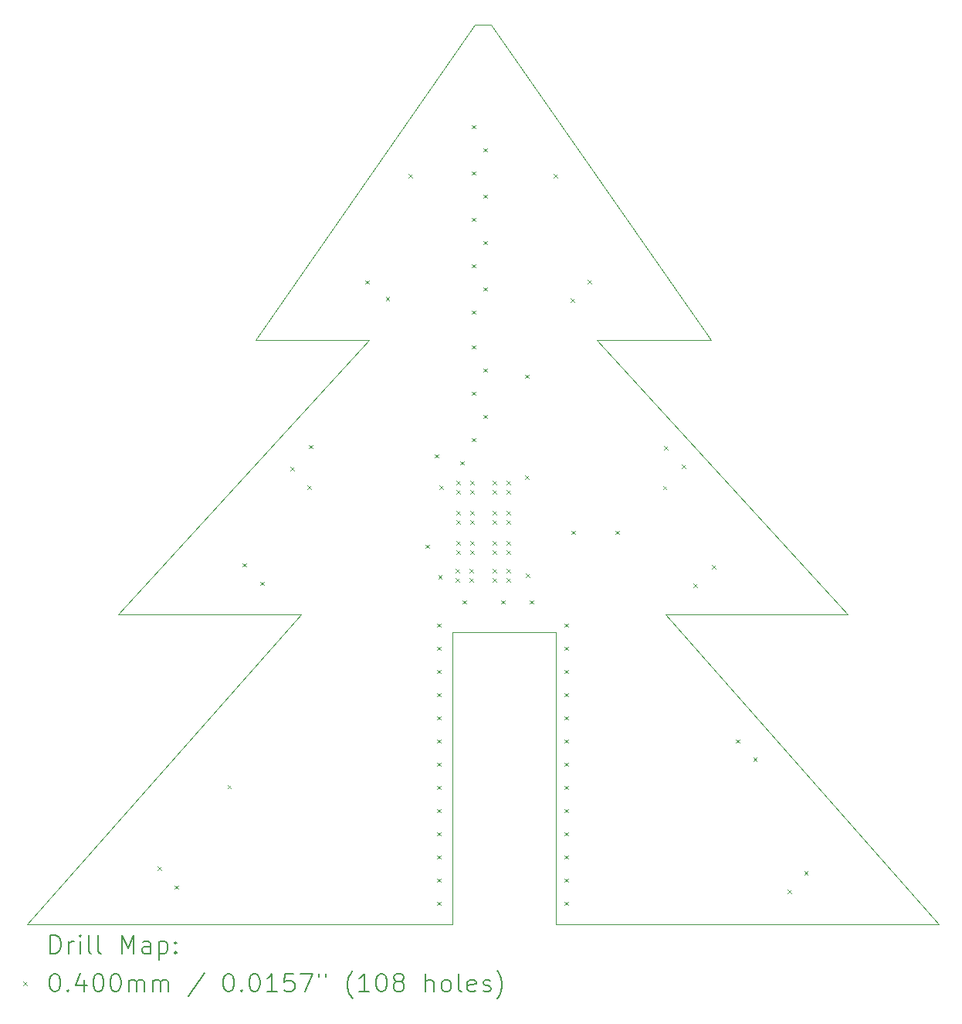
<source format=gbr>
%TF.GenerationSoftware,KiCad,Pcbnew,7.0.8*%
%TF.CreationDate,2024-06-18T20:25:42+02:00*%
%TF.ProjectId,PCB_Christmas_Tree,5043425f-4368-4726-9973-746d61735f54,rev?*%
%TF.SameCoordinates,Original*%
%TF.FileFunction,Drillmap*%
%TF.FilePolarity,Positive*%
%FSLAX45Y45*%
G04 Gerber Fmt 4.5, Leading zero omitted, Abs format (unit mm)*
G04 Created by KiCad (PCBNEW 7.0.8) date 2024-06-18 20:25:42*
%MOMM*%
%LPD*%
G01*
G04 APERTURE LIST*
%ADD10C,0.100000*%
%ADD11C,0.200000*%
%ADD12C,0.040000*%
G04 APERTURE END LIST*
D10*
X20719146Y-10977631D02*
X19583546Y-10977631D01*
X21169146Y-7777630D02*
X22419145Y-7777630D01*
X19829146Y-4317631D02*
X17419146Y-7777630D01*
X20009146Y-4317631D02*
X19829146Y-4317631D01*
X20009146Y-4317631D02*
X22419145Y-7777630D01*
X20719146Y-14177630D02*
X20719146Y-10977631D01*
X21919146Y-10777631D02*
X24919145Y-14177630D01*
X20719146Y-14177630D02*
X24919145Y-14177630D01*
X14919145Y-14177630D02*
X19583546Y-14176230D01*
X19583546Y-10977631D02*
X19583546Y-14176230D01*
X23919145Y-10777631D02*
X21919146Y-10777631D01*
X17919146Y-10777631D02*
X14919145Y-14177630D01*
X17419146Y-7777630D02*
X18669146Y-7777630D01*
X21169146Y-7777630D02*
X23919145Y-10777631D01*
X18669146Y-7777630D02*
X15919145Y-10777631D01*
X17919146Y-10777631D02*
X15919145Y-10777631D01*
D11*
D12*
X16347905Y-13541550D02*
X16387905Y-13581550D01*
X16387905Y-13541550D02*
X16347905Y-13581550D01*
X16535865Y-13749830D02*
X16575865Y-13789830D01*
X16575865Y-13749830D02*
X16535865Y-13789830D01*
X17114986Y-12647470D02*
X17154986Y-12687470D01*
X17154986Y-12647470D02*
X17114986Y-12687470D01*
X17282626Y-10219231D02*
X17322626Y-10259231D01*
X17322626Y-10219231D02*
X17282626Y-10259231D01*
X17475666Y-10422431D02*
X17515666Y-10462431D01*
X17515666Y-10422431D02*
X17475666Y-10462431D01*
X17805866Y-9162591D02*
X17845866Y-9202591D01*
X17845866Y-9162591D02*
X17805866Y-9202591D01*
X17993826Y-9365791D02*
X18033826Y-9405791D01*
X18033826Y-9365791D02*
X17993826Y-9405791D01*
X18009066Y-8923831D02*
X18049066Y-8963831D01*
X18049066Y-8923831D02*
X18009066Y-8963831D01*
X18628826Y-7120430D02*
X18668826Y-7160430D01*
X18668826Y-7120430D02*
X18628826Y-7160430D01*
X18851246Y-7303930D02*
X18891246Y-7343930D01*
X18891246Y-7303930D02*
X18851246Y-7343930D01*
X19101266Y-5957110D02*
X19141266Y-5997110D01*
X19141266Y-5957110D02*
X19101266Y-5997110D01*
X19284146Y-10016031D02*
X19324146Y-10056031D01*
X19324146Y-10016031D02*
X19284146Y-10056031D01*
X19385746Y-9025431D02*
X19425746Y-9065431D01*
X19425746Y-9025431D02*
X19385746Y-9065431D01*
X19411146Y-10879631D02*
X19451146Y-10919631D01*
X19451146Y-10879631D02*
X19411146Y-10919631D01*
X19411146Y-11133631D02*
X19451146Y-11173631D01*
X19451146Y-11133631D02*
X19411146Y-11173631D01*
X19411146Y-11387630D02*
X19451146Y-11427630D01*
X19451146Y-11387630D02*
X19411146Y-11427630D01*
X19411146Y-11641630D02*
X19451146Y-11681630D01*
X19451146Y-11641630D02*
X19411146Y-11681630D01*
X19411146Y-11895630D02*
X19451146Y-11935630D01*
X19451146Y-11895630D02*
X19411146Y-11935630D01*
X19411146Y-12149630D02*
X19451146Y-12189630D01*
X19451146Y-12149630D02*
X19411146Y-12189630D01*
X19411146Y-12403630D02*
X19451146Y-12443630D01*
X19451146Y-12403630D02*
X19411146Y-12443630D01*
X19411146Y-12657630D02*
X19451146Y-12697630D01*
X19451146Y-12657630D02*
X19411146Y-12697630D01*
X19411146Y-12911630D02*
X19451146Y-12951630D01*
X19451146Y-12911630D02*
X19411146Y-12951630D01*
X19411146Y-13165630D02*
X19451146Y-13205630D01*
X19451146Y-13165630D02*
X19411146Y-13205630D01*
X19411146Y-13419630D02*
X19451146Y-13459630D01*
X19451146Y-13419630D02*
X19411146Y-13459630D01*
X19411146Y-13673630D02*
X19451146Y-13713630D01*
X19451146Y-13673630D02*
X19411146Y-13713630D01*
X19411146Y-13927630D02*
X19451146Y-13967630D01*
X19451146Y-13927630D02*
X19411146Y-13967630D01*
X19426386Y-10351311D02*
X19466386Y-10391311D01*
X19466386Y-10351311D02*
X19426386Y-10391311D01*
X19436546Y-9368631D02*
X19476546Y-9408631D01*
X19476546Y-9368631D02*
X19436546Y-9408631D01*
X19614346Y-10282731D02*
X19654346Y-10322731D01*
X19654346Y-10282731D02*
X19614346Y-10322731D01*
X19614346Y-10384331D02*
X19654346Y-10424331D01*
X19654346Y-10384331D02*
X19614346Y-10424331D01*
X19627046Y-9317531D02*
X19667046Y-9357531D01*
X19667046Y-9317531D02*
X19627046Y-9357531D01*
X19627046Y-9419131D02*
X19667046Y-9459131D01*
X19667046Y-9419131D02*
X19627046Y-9459131D01*
X19627046Y-9647731D02*
X19667046Y-9687731D01*
X19667046Y-9647731D02*
X19627046Y-9687731D01*
X19627046Y-9749331D02*
X19667046Y-9789331D01*
X19667046Y-9749331D02*
X19627046Y-9789331D01*
X19627046Y-9977931D02*
X19667046Y-10017931D01*
X19667046Y-9977931D02*
X19627046Y-10017931D01*
X19627046Y-10079531D02*
X19667046Y-10119531D01*
X19667046Y-10079531D02*
X19627046Y-10119531D01*
X19665146Y-9101631D02*
X19705146Y-9141631D01*
X19705146Y-9101631D02*
X19665146Y-9141631D01*
X19690546Y-10625631D02*
X19730546Y-10665631D01*
X19730546Y-10625631D02*
X19690546Y-10665631D01*
X19766746Y-10282731D02*
X19806746Y-10322731D01*
X19806746Y-10282731D02*
X19766746Y-10322731D01*
X19766746Y-10384331D02*
X19806746Y-10424331D01*
X19806746Y-10384331D02*
X19766746Y-10424331D01*
X19779446Y-9317531D02*
X19819446Y-9357531D01*
X19819446Y-9317531D02*
X19779446Y-9357531D01*
X19779446Y-9419131D02*
X19819446Y-9459131D01*
X19819446Y-9419131D02*
X19779446Y-9459131D01*
X19779446Y-9647731D02*
X19819446Y-9687731D01*
X19819446Y-9647731D02*
X19779446Y-9687731D01*
X19779446Y-9749331D02*
X19819446Y-9789331D01*
X19819446Y-9749331D02*
X19779446Y-9789331D01*
X19779446Y-9977931D02*
X19819446Y-10017931D01*
X19819446Y-9977931D02*
X19779446Y-10017931D01*
X19779446Y-10079531D02*
X19819446Y-10119531D01*
X19819446Y-10079531D02*
X19779446Y-10119531D01*
X19792146Y-5418631D02*
X19832146Y-5458631D01*
X19832146Y-5418631D02*
X19792146Y-5458631D01*
X19792146Y-5926630D02*
X19832146Y-5966630D01*
X19832146Y-5926630D02*
X19792146Y-5966630D01*
X19792146Y-6434630D02*
X19832146Y-6474630D01*
X19832146Y-6434630D02*
X19792146Y-6474630D01*
X19792146Y-6942630D02*
X19832146Y-6982630D01*
X19832146Y-6942630D02*
X19792146Y-6982630D01*
X19792146Y-7450630D02*
X19832146Y-7490630D01*
X19832146Y-7450630D02*
X19792146Y-7490630D01*
X19792146Y-7831630D02*
X19832146Y-7871630D01*
X19832146Y-7831630D02*
X19792146Y-7871630D01*
X19792146Y-8339630D02*
X19832146Y-8379630D01*
X19832146Y-8339630D02*
X19792146Y-8379630D01*
X19792146Y-8847631D02*
X19832146Y-8887631D01*
X19832146Y-8847631D02*
X19792146Y-8887631D01*
X19919146Y-5672630D02*
X19959146Y-5712630D01*
X19959146Y-5672630D02*
X19919146Y-5712630D01*
X19919146Y-6180630D02*
X19959146Y-6220630D01*
X19959146Y-6180630D02*
X19919146Y-6220630D01*
X19919146Y-6688630D02*
X19959146Y-6728630D01*
X19959146Y-6688630D02*
X19919146Y-6728630D01*
X19919146Y-7196630D02*
X19959146Y-7236630D01*
X19959146Y-7196630D02*
X19919146Y-7236630D01*
X19919146Y-8085630D02*
X19959146Y-8125630D01*
X19959146Y-8085630D02*
X19919146Y-8125630D01*
X19919146Y-8593631D02*
X19959146Y-8633631D01*
X19959146Y-8593631D02*
X19919146Y-8633631D01*
X20020746Y-9317531D02*
X20060746Y-9357531D01*
X20060746Y-9317531D02*
X20020746Y-9357531D01*
X20020746Y-9419131D02*
X20060746Y-9459131D01*
X20060746Y-9419131D02*
X20020746Y-9459131D01*
X20020746Y-9647731D02*
X20060746Y-9687731D01*
X20060746Y-9647731D02*
X20020746Y-9687731D01*
X20020746Y-9749331D02*
X20060746Y-9789331D01*
X20060746Y-9749331D02*
X20020746Y-9789331D01*
X20020746Y-9977931D02*
X20060746Y-10017931D01*
X20060746Y-9977931D02*
X20020746Y-10017931D01*
X20020746Y-10079531D02*
X20060746Y-10119531D01*
X20060746Y-10079531D02*
X20020746Y-10119531D01*
X20020746Y-10282731D02*
X20060746Y-10322731D01*
X20060746Y-10282731D02*
X20020746Y-10322731D01*
X20020746Y-10384331D02*
X20060746Y-10424331D01*
X20060746Y-10384331D02*
X20020746Y-10424331D01*
X20117266Y-10625631D02*
X20157266Y-10665631D01*
X20157266Y-10625631D02*
X20117266Y-10665631D01*
X20173146Y-9317531D02*
X20213146Y-9357531D01*
X20213146Y-9317531D02*
X20173146Y-9357531D01*
X20173146Y-9419131D02*
X20213146Y-9459131D01*
X20213146Y-9419131D02*
X20173146Y-9459131D01*
X20173146Y-9647731D02*
X20213146Y-9687731D01*
X20213146Y-9647731D02*
X20173146Y-9687731D01*
X20173146Y-9749331D02*
X20213146Y-9789331D01*
X20213146Y-9749331D02*
X20173146Y-9789331D01*
X20173146Y-9977931D02*
X20213146Y-10017931D01*
X20213146Y-9977931D02*
X20173146Y-10017931D01*
X20173146Y-10079531D02*
X20213146Y-10119531D01*
X20213146Y-10079531D02*
X20173146Y-10119531D01*
X20173146Y-10282731D02*
X20213146Y-10322731D01*
X20213146Y-10282731D02*
X20173146Y-10322731D01*
X20173146Y-10384331D02*
X20213146Y-10424331D01*
X20213146Y-10384331D02*
X20173146Y-10424331D01*
X20381426Y-8151670D02*
X20421426Y-8191670D01*
X20421426Y-8151670D02*
X20381426Y-8191670D01*
X20381426Y-9259111D02*
X20421426Y-9299111D01*
X20421426Y-9259111D02*
X20381426Y-9299111D01*
X20389046Y-10333531D02*
X20429046Y-10373531D01*
X20429046Y-10333531D02*
X20389046Y-10373531D01*
X20427146Y-10625631D02*
X20467146Y-10665631D01*
X20467146Y-10625631D02*
X20427146Y-10665631D01*
X20691306Y-5957110D02*
X20731306Y-5997110D01*
X20731306Y-5957110D02*
X20691306Y-5997110D01*
X20808146Y-10879631D02*
X20848146Y-10919631D01*
X20848146Y-10879631D02*
X20808146Y-10919631D01*
X20808146Y-11133631D02*
X20848146Y-11173631D01*
X20848146Y-11133631D02*
X20808146Y-11173631D01*
X20808146Y-11387630D02*
X20848146Y-11427630D01*
X20848146Y-11387630D02*
X20808146Y-11427630D01*
X20808146Y-11641630D02*
X20848146Y-11681630D01*
X20848146Y-11641630D02*
X20808146Y-11681630D01*
X20808146Y-11895630D02*
X20848146Y-11935630D01*
X20848146Y-11895630D02*
X20808146Y-11935630D01*
X20808146Y-12149630D02*
X20848146Y-12189630D01*
X20848146Y-12149630D02*
X20808146Y-12189630D01*
X20808146Y-12403630D02*
X20848146Y-12443630D01*
X20848146Y-12403630D02*
X20808146Y-12443630D01*
X20808146Y-12657630D02*
X20848146Y-12697630D01*
X20848146Y-12657630D02*
X20808146Y-12697630D01*
X20808146Y-12911630D02*
X20848146Y-12951630D01*
X20848146Y-12911630D02*
X20808146Y-12951630D01*
X20808146Y-13165630D02*
X20848146Y-13205630D01*
X20848146Y-13165630D02*
X20808146Y-13205630D01*
X20808146Y-13419630D02*
X20848146Y-13459630D01*
X20848146Y-13419630D02*
X20808146Y-13459630D01*
X20808146Y-13673630D02*
X20848146Y-13713630D01*
X20848146Y-13673630D02*
X20808146Y-13713630D01*
X20808146Y-13927630D02*
X20848146Y-13967630D01*
X20848146Y-13927630D02*
X20808146Y-13967630D01*
X20879146Y-7318230D02*
X20919146Y-7358230D01*
X20919146Y-7318230D02*
X20879146Y-7358230D01*
X20884346Y-9863631D02*
X20924346Y-9903631D01*
X20924346Y-9863631D02*
X20884346Y-9903631D01*
X21067226Y-7115350D02*
X21107226Y-7155350D01*
X21107226Y-7115350D02*
X21067226Y-7155350D01*
X21366946Y-9863631D02*
X21406946Y-9903631D01*
X21406946Y-9863631D02*
X21366946Y-9903631D01*
X21890186Y-9370871D02*
X21930186Y-9410871D01*
X21930186Y-9370871D02*
X21890186Y-9410871D01*
X21900346Y-8933991D02*
X21940346Y-8973991D01*
X21940346Y-8933991D02*
X21900346Y-8973991D01*
X22098466Y-9137191D02*
X22138466Y-9177191D01*
X22138466Y-9137191D02*
X22098466Y-9177191D01*
X22225466Y-10442751D02*
X22265466Y-10482751D01*
X22265466Y-10442751D02*
X22225466Y-10482751D01*
X22428665Y-10239551D02*
X22468665Y-10279551D01*
X22468665Y-10239551D02*
X22428665Y-10279551D01*
X22692825Y-12149630D02*
X22732825Y-12189630D01*
X22732825Y-12149630D02*
X22692825Y-12189630D01*
X22880785Y-12347750D02*
X22920785Y-12387750D01*
X22920785Y-12347750D02*
X22880785Y-12387750D01*
X23256705Y-13795550D02*
X23296705Y-13835550D01*
X23296705Y-13795550D02*
X23256705Y-13835550D01*
X23439585Y-13592350D02*
X23479585Y-13632350D01*
X23479585Y-13592350D02*
X23439585Y-13632350D01*
D11*
X15174922Y-14494114D02*
X15174922Y-14294114D01*
X15174922Y-14294114D02*
X15222541Y-14294114D01*
X15222541Y-14294114D02*
X15251113Y-14303638D01*
X15251113Y-14303638D02*
X15270160Y-14322686D01*
X15270160Y-14322686D02*
X15279684Y-14341733D01*
X15279684Y-14341733D02*
X15289208Y-14379828D01*
X15289208Y-14379828D02*
X15289208Y-14408400D01*
X15289208Y-14408400D02*
X15279684Y-14446495D01*
X15279684Y-14446495D02*
X15270160Y-14465543D01*
X15270160Y-14465543D02*
X15251113Y-14484590D01*
X15251113Y-14484590D02*
X15222541Y-14494114D01*
X15222541Y-14494114D02*
X15174922Y-14494114D01*
X15374922Y-14494114D02*
X15374922Y-14360781D01*
X15374922Y-14398876D02*
X15384446Y-14379828D01*
X15384446Y-14379828D02*
X15393970Y-14370305D01*
X15393970Y-14370305D02*
X15413017Y-14360781D01*
X15413017Y-14360781D02*
X15432065Y-14360781D01*
X15498732Y-14494114D02*
X15498732Y-14360781D01*
X15498732Y-14294114D02*
X15489208Y-14303638D01*
X15489208Y-14303638D02*
X15498732Y-14313162D01*
X15498732Y-14313162D02*
X15508256Y-14303638D01*
X15508256Y-14303638D02*
X15498732Y-14294114D01*
X15498732Y-14294114D02*
X15498732Y-14313162D01*
X15622541Y-14494114D02*
X15603494Y-14484590D01*
X15603494Y-14484590D02*
X15593970Y-14465543D01*
X15593970Y-14465543D02*
X15593970Y-14294114D01*
X15727303Y-14494114D02*
X15708256Y-14484590D01*
X15708256Y-14484590D02*
X15698732Y-14465543D01*
X15698732Y-14465543D02*
X15698732Y-14294114D01*
X15955875Y-14494114D02*
X15955875Y-14294114D01*
X15955875Y-14294114D02*
X16022541Y-14436971D01*
X16022541Y-14436971D02*
X16089208Y-14294114D01*
X16089208Y-14294114D02*
X16089208Y-14494114D01*
X16270160Y-14494114D02*
X16270160Y-14389352D01*
X16270160Y-14389352D02*
X16260637Y-14370305D01*
X16260637Y-14370305D02*
X16241589Y-14360781D01*
X16241589Y-14360781D02*
X16203494Y-14360781D01*
X16203494Y-14360781D02*
X16184446Y-14370305D01*
X16270160Y-14484590D02*
X16251113Y-14494114D01*
X16251113Y-14494114D02*
X16203494Y-14494114D01*
X16203494Y-14494114D02*
X16184446Y-14484590D01*
X16184446Y-14484590D02*
X16174922Y-14465543D01*
X16174922Y-14465543D02*
X16174922Y-14446495D01*
X16174922Y-14446495D02*
X16184446Y-14427448D01*
X16184446Y-14427448D02*
X16203494Y-14417924D01*
X16203494Y-14417924D02*
X16251113Y-14417924D01*
X16251113Y-14417924D02*
X16270160Y-14408400D01*
X16365398Y-14360781D02*
X16365398Y-14560781D01*
X16365398Y-14370305D02*
X16384446Y-14360781D01*
X16384446Y-14360781D02*
X16422541Y-14360781D01*
X16422541Y-14360781D02*
X16441589Y-14370305D01*
X16441589Y-14370305D02*
X16451113Y-14379828D01*
X16451113Y-14379828D02*
X16460637Y-14398876D01*
X16460637Y-14398876D02*
X16460637Y-14456019D01*
X16460637Y-14456019D02*
X16451113Y-14475067D01*
X16451113Y-14475067D02*
X16441589Y-14484590D01*
X16441589Y-14484590D02*
X16422541Y-14494114D01*
X16422541Y-14494114D02*
X16384446Y-14494114D01*
X16384446Y-14494114D02*
X16365398Y-14484590D01*
X16546351Y-14475067D02*
X16555875Y-14484590D01*
X16555875Y-14484590D02*
X16546351Y-14494114D01*
X16546351Y-14494114D02*
X16536827Y-14484590D01*
X16536827Y-14484590D02*
X16546351Y-14475067D01*
X16546351Y-14475067D02*
X16546351Y-14494114D01*
X16546351Y-14370305D02*
X16555875Y-14379828D01*
X16555875Y-14379828D02*
X16546351Y-14389352D01*
X16546351Y-14389352D02*
X16536827Y-14379828D01*
X16536827Y-14379828D02*
X16546351Y-14370305D01*
X16546351Y-14370305D02*
X16546351Y-14389352D01*
D12*
X14874145Y-14802630D02*
X14914145Y-14842630D01*
X14914145Y-14802630D02*
X14874145Y-14842630D01*
D11*
X15213017Y-14714114D02*
X15232065Y-14714114D01*
X15232065Y-14714114D02*
X15251113Y-14723638D01*
X15251113Y-14723638D02*
X15260637Y-14733162D01*
X15260637Y-14733162D02*
X15270160Y-14752209D01*
X15270160Y-14752209D02*
X15279684Y-14790305D01*
X15279684Y-14790305D02*
X15279684Y-14837924D01*
X15279684Y-14837924D02*
X15270160Y-14876019D01*
X15270160Y-14876019D02*
X15260637Y-14895067D01*
X15260637Y-14895067D02*
X15251113Y-14904590D01*
X15251113Y-14904590D02*
X15232065Y-14914114D01*
X15232065Y-14914114D02*
X15213017Y-14914114D01*
X15213017Y-14914114D02*
X15193970Y-14904590D01*
X15193970Y-14904590D02*
X15184446Y-14895067D01*
X15184446Y-14895067D02*
X15174922Y-14876019D01*
X15174922Y-14876019D02*
X15165398Y-14837924D01*
X15165398Y-14837924D02*
X15165398Y-14790305D01*
X15165398Y-14790305D02*
X15174922Y-14752209D01*
X15174922Y-14752209D02*
X15184446Y-14733162D01*
X15184446Y-14733162D02*
X15193970Y-14723638D01*
X15193970Y-14723638D02*
X15213017Y-14714114D01*
X15365398Y-14895067D02*
X15374922Y-14904590D01*
X15374922Y-14904590D02*
X15365398Y-14914114D01*
X15365398Y-14914114D02*
X15355875Y-14904590D01*
X15355875Y-14904590D02*
X15365398Y-14895067D01*
X15365398Y-14895067D02*
X15365398Y-14914114D01*
X15546351Y-14780781D02*
X15546351Y-14914114D01*
X15498732Y-14704590D02*
X15451113Y-14847448D01*
X15451113Y-14847448D02*
X15574922Y-14847448D01*
X15689208Y-14714114D02*
X15708256Y-14714114D01*
X15708256Y-14714114D02*
X15727303Y-14723638D01*
X15727303Y-14723638D02*
X15736827Y-14733162D01*
X15736827Y-14733162D02*
X15746351Y-14752209D01*
X15746351Y-14752209D02*
X15755875Y-14790305D01*
X15755875Y-14790305D02*
X15755875Y-14837924D01*
X15755875Y-14837924D02*
X15746351Y-14876019D01*
X15746351Y-14876019D02*
X15736827Y-14895067D01*
X15736827Y-14895067D02*
X15727303Y-14904590D01*
X15727303Y-14904590D02*
X15708256Y-14914114D01*
X15708256Y-14914114D02*
X15689208Y-14914114D01*
X15689208Y-14914114D02*
X15670160Y-14904590D01*
X15670160Y-14904590D02*
X15660637Y-14895067D01*
X15660637Y-14895067D02*
X15651113Y-14876019D01*
X15651113Y-14876019D02*
X15641589Y-14837924D01*
X15641589Y-14837924D02*
X15641589Y-14790305D01*
X15641589Y-14790305D02*
X15651113Y-14752209D01*
X15651113Y-14752209D02*
X15660637Y-14733162D01*
X15660637Y-14733162D02*
X15670160Y-14723638D01*
X15670160Y-14723638D02*
X15689208Y-14714114D01*
X15879684Y-14714114D02*
X15898732Y-14714114D01*
X15898732Y-14714114D02*
X15917779Y-14723638D01*
X15917779Y-14723638D02*
X15927303Y-14733162D01*
X15927303Y-14733162D02*
X15936827Y-14752209D01*
X15936827Y-14752209D02*
X15946351Y-14790305D01*
X15946351Y-14790305D02*
X15946351Y-14837924D01*
X15946351Y-14837924D02*
X15936827Y-14876019D01*
X15936827Y-14876019D02*
X15927303Y-14895067D01*
X15927303Y-14895067D02*
X15917779Y-14904590D01*
X15917779Y-14904590D02*
X15898732Y-14914114D01*
X15898732Y-14914114D02*
X15879684Y-14914114D01*
X15879684Y-14914114D02*
X15860637Y-14904590D01*
X15860637Y-14904590D02*
X15851113Y-14895067D01*
X15851113Y-14895067D02*
X15841589Y-14876019D01*
X15841589Y-14876019D02*
X15832065Y-14837924D01*
X15832065Y-14837924D02*
X15832065Y-14790305D01*
X15832065Y-14790305D02*
X15841589Y-14752209D01*
X15841589Y-14752209D02*
X15851113Y-14733162D01*
X15851113Y-14733162D02*
X15860637Y-14723638D01*
X15860637Y-14723638D02*
X15879684Y-14714114D01*
X16032065Y-14914114D02*
X16032065Y-14780781D01*
X16032065Y-14799828D02*
X16041589Y-14790305D01*
X16041589Y-14790305D02*
X16060637Y-14780781D01*
X16060637Y-14780781D02*
X16089208Y-14780781D01*
X16089208Y-14780781D02*
X16108256Y-14790305D01*
X16108256Y-14790305D02*
X16117779Y-14809352D01*
X16117779Y-14809352D02*
X16117779Y-14914114D01*
X16117779Y-14809352D02*
X16127303Y-14790305D01*
X16127303Y-14790305D02*
X16146351Y-14780781D01*
X16146351Y-14780781D02*
X16174922Y-14780781D01*
X16174922Y-14780781D02*
X16193970Y-14790305D01*
X16193970Y-14790305D02*
X16203494Y-14809352D01*
X16203494Y-14809352D02*
X16203494Y-14914114D01*
X16298732Y-14914114D02*
X16298732Y-14780781D01*
X16298732Y-14799828D02*
X16308256Y-14790305D01*
X16308256Y-14790305D02*
X16327303Y-14780781D01*
X16327303Y-14780781D02*
X16355875Y-14780781D01*
X16355875Y-14780781D02*
X16374922Y-14790305D01*
X16374922Y-14790305D02*
X16384446Y-14809352D01*
X16384446Y-14809352D02*
X16384446Y-14914114D01*
X16384446Y-14809352D02*
X16393970Y-14790305D01*
X16393970Y-14790305D02*
X16413018Y-14780781D01*
X16413018Y-14780781D02*
X16441589Y-14780781D01*
X16441589Y-14780781D02*
X16460637Y-14790305D01*
X16460637Y-14790305D02*
X16470160Y-14809352D01*
X16470160Y-14809352D02*
X16470160Y-14914114D01*
X16860637Y-14704590D02*
X16689208Y-14961733D01*
X17117780Y-14714114D02*
X17136827Y-14714114D01*
X17136827Y-14714114D02*
X17155875Y-14723638D01*
X17155875Y-14723638D02*
X17165399Y-14733162D01*
X17165399Y-14733162D02*
X17174923Y-14752209D01*
X17174923Y-14752209D02*
X17184446Y-14790305D01*
X17184446Y-14790305D02*
X17184446Y-14837924D01*
X17184446Y-14837924D02*
X17174923Y-14876019D01*
X17174923Y-14876019D02*
X17165399Y-14895067D01*
X17165399Y-14895067D02*
X17155875Y-14904590D01*
X17155875Y-14904590D02*
X17136827Y-14914114D01*
X17136827Y-14914114D02*
X17117780Y-14914114D01*
X17117780Y-14914114D02*
X17098732Y-14904590D01*
X17098732Y-14904590D02*
X17089208Y-14895067D01*
X17089208Y-14895067D02*
X17079684Y-14876019D01*
X17079684Y-14876019D02*
X17070161Y-14837924D01*
X17070161Y-14837924D02*
X17070161Y-14790305D01*
X17070161Y-14790305D02*
X17079684Y-14752209D01*
X17079684Y-14752209D02*
X17089208Y-14733162D01*
X17089208Y-14733162D02*
X17098732Y-14723638D01*
X17098732Y-14723638D02*
X17117780Y-14714114D01*
X17270161Y-14895067D02*
X17279684Y-14904590D01*
X17279684Y-14904590D02*
X17270161Y-14914114D01*
X17270161Y-14914114D02*
X17260637Y-14904590D01*
X17260637Y-14904590D02*
X17270161Y-14895067D01*
X17270161Y-14895067D02*
X17270161Y-14914114D01*
X17403494Y-14714114D02*
X17422542Y-14714114D01*
X17422542Y-14714114D02*
X17441589Y-14723638D01*
X17441589Y-14723638D02*
X17451113Y-14733162D01*
X17451113Y-14733162D02*
X17460637Y-14752209D01*
X17460637Y-14752209D02*
X17470161Y-14790305D01*
X17470161Y-14790305D02*
X17470161Y-14837924D01*
X17470161Y-14837924D02*
X17460637Y-14876019D01*
X17460637Y-14876019D02*
X17451113Y-14895067D01*
X17451113Y-14895067D02*
X17441589Y-14904590D01*
X17441589Y-14904590D02*
X17422542Y-14914114D01*
X17422542Y-14914114D02*
X17403494Y-14914114D01*
X17403494Y-14914114D02*
X17384446Y-14904590D01*
X17384446Y-14904590D02*
X17374923Y-14895067D01*
X17374923Y-14895067D02*
X17365399Y-14876019D01*
X17365399Y-14876019D02*
X17355875Y-14837924D01*
X17355875Y-14837924D02*
X17355875Y-14790305D01*
X17355875Y-14790305D02*
X17365399Y-14752209D01*
X17365399Y-14752209D02*
X17374923Y-14733162D01*
X17374923Y-14733162D02*
X17384446Y-14723638D01*
X17384446Y-14723638D02*
X17403494Y-14714114D01*
X17660637Y-14914114D02*
X17546351Y-14914114D01*
X17603494Y-14914114D02*
X17603494Y-14714114D01*
X17603494Y-14714114D02*
X17584446Y-14742686D01*
X17584446Y-14742686D02*
X17565399Y-14761733D01*
X17565399Y-14761733D02*
X17546351Y-14771257D01*
X17841589Y-14714114D02*
X17746351Y-14714114D01*
X17746351Y-14714114D02*
X17736827Y-14809352D01*
X17736827Y-14809352D02*
X17746351Y-14799828D01*
X17746351Y-14799828D02*
X17765399Y-14790305D01*
X17765399Y-14790305D02*
X17813018Y-14790305D01*
X17813018Y-14790305D02*
X17832065Y-14799828D01*
X17832065Y-14799828D02*
X17841589Y-14809352D01*
X17841589Y-14809352D02*
X17851113Y-14828400D01*
X17851113Y-14828400D02*
X17851113Y-14876019D01*
X17851113Y-14876019D02*
X17841589Y-14895067D01*
X17841589Y-14895067D02*
X17832065Y-14904590D01*
X17832065Y-14904590D02*
X17813018Y-14914114D01*
X17813018Y-14914114D02*
X17765399Y-14914114D01*
X17765399Y-14914114D02*
X17746351Y-14904590D01*
X17746351Y-14904590D02*
X17736827Y-14895067D01*
X17917780Y-14714114D02*
X18051113Y-14714114D01*
X18051113Y-14714114D02*
X17965399Y-14914114D01*
X18117780Y-14714114D02*
X18117780Y-14752209D01*
X18193970Y-14714114D02*
X18193970Y-14752209D01*
X18489208Y-14990305D02*
X18479685Y-14980781D01*
X18479685Y-14980781D02*
X18460637Y-14952209D01*
X18460637Y-14952209D02*
X18451113Y-14933162D01*
X18451113Y-14933162D02*
X18441589Y-14904590D01*
X18441589Y-14904590D02*
X18432066Y-14856971D01*
X18432066Y-14856971D02*
X18432066Y-14818876D01*
X18432066Y-14818876D02*
X18441589Y-14771257D01*
X18441589Y-14771257D02*
X18451113Y-14742686D01*
X18451113Y-14742686D02*
X18460637Y-14723638D01*
X18460637Y-14723638D02*
X18479685Y-14695067D01*
X18479685Y-14695067D02*
X18489208Y-14685543D01*
X18670161Y-14914114D02*
X18555875Y-14914114D01*
X18613018Y-14914114D02*
X18613018Y-14714114D01*
X18613018Y-14714114D02*
X18593970Y-14742686D01*
X18593970Y-14742686D02*
X18574923Y-14761733D01*
X18574923Y-14761733D02*
X18555875Y-14771257D01*
X18793970Y-14714114D02*
X18813018Y-14714114D01*
X18813018Y-14714114D02*
X18832066Y-14723638D01*
X18832066Y-14723638D02*
X18841589Y-14733162D01*
X18841589Y-14733162D02*
X18851113Y-14752209D01*
X18851113Y-14752209D02*
X18860637Y-14790305D01*
X18860637Y-14790305D02*
X18860637Y-14837924D01*
X18860637Y-14837924D02*
X18851113Y-14876019D01*
X18851113Y-14876019D02*
X18841589Y-14895067D01*
X18841589Y-14895067D02*
X18832066Y-14904590D01*
X18832066Y-14904590D02*
X18813018Y-14914114D01*
X18813018Y-14914114D02*
X18793970Y-14914114D01*
X18793970Y-14914114D02*
X18774923Y-14904590D01*
X18774923Y-14904590D02*
X18765399Y-14895067D01*
X18765399Y-14895067D02*
X18755875Y-14876019D01*
X18755875Y-14876019D02*
X18746351Y-14837924D01*
X18746351Y-14837924D02*
X18746351Y-14790305D01*
X18746351Y-14790305D02*
X18755875Y-14752209D01*
X18755875Y-14752209D02*
X18765399Y-14733162D01*
X18765399Y-14733162D02*
X18774923Y-14723638D01*
X18774923Y-14723638D02*
X18793970Y-14714114D01*
X18974923Y-14799828D02*
X18955875Y-14790305D01*
X18955875Y-14790305D02*
X18946351Y-14780781D01*
X18946351Y-14780781D02*
X18936827Y-14761733D01*
X18936827Y-14761733D02*
X18936827Y-14752209D01*
X18936827Y-14752209D02*
X18946351Y-14733162D01*
X18946351Y-14733162D02*
X18955875Y-14723638D01*
X18955875Y-14723638D02*
X18974923Y-14714114D01*
X18974923Y-14714114D02*
X19013018Y-14714114D01*
X19013018Y-14714114D02*
X19032066Y-14723638D01*
X19032066Y-14723638D02*
X19041589Y-14733162D01*
X19041589Y-14733162D02*
X19051113Y-14752209D01*
X19051113Y-14752209D02*
X19051113Y-14761733D01*
X19051113Y-14761733D02*
X19041589Y-14780781D01*
X19041589Y-14780781D02*
X19032066Y-14790305D01*
X19032066Y-14790305D02*
X19013018Y-14799828D01*
X19013018Y-14799828D02*
X18974923Y-14799828D01*
X18974923Y-14799828D02*
X18955875Y-14809352D01*
X18955875Y-14809352D02*
X18946351Y-14818876D01*
X18946351Y-14818876D02*
X18936827Y-14837924D01*
X18936827Y-14837924D02*
X18936827Y-14876019D01*
X18936827Y-14876019D02*
X18946351Y-14895067D01*
X18946351Y-14895067D02*
X18955875Y-14904590D01*
X18955875Y-14904590D02*
X18974923Y-14914114D01*
X18974923Y-14914114D02*
X19013018Y-14914114D01*
X19013018Y-14914114D02*
X19032066Y-14904590D01*
X19032066Y-14904590D02*
X19041589Y-14895067D01*
X19041589Y-14895067D02*
X19051113Y-14876019D01*
X19051113Y-14876019D02*
X19051113Y-14837924D01*
X19051113Y-14837924D02*
X19041589Y-14818876D01*
X19041589Y-14818876D02*
X19032066Y-14809352D01*
X19032066Y-14809352D02*
X19013018Y-14799828D01*
X19289208Y-14914114D02*
X19289208Y-14714114D01*
X19374923Y-14914114D02*
X19374923Y-14809352D01*
X19374923Y-14809352D02*
X19365399Y-14790305D01*
X19365399Y-14790305D02*
X19346351Y-14780781D01*
X19346351Y-14780781D02*
X19317780Y-14780781D01*
X19317780Y-14780781D02*
X19298732Y-14790305D01*
X19298732Y-14790305D02*
X19289208Y-14799828D01*
X19498732Y-14914114D02*
X19479685Y-14904590D01*
X19479685Y-14904590D02*
X19470161Y-14895067D01*
X19470161Y-14895067D02*
X19460637Y-14876019D01*
X19460637Y-14876019D02*
X19460637Y-14818876D01*
X19460637Y-14818876D02*
X19470161Y-14799828D01*
X19470161Y-14799828D02*
X19479685Y-14790305D01*
X19479685Y-14790305D02*
X19498732Y-14780781D01*
X19498732Y-14780781D02*
X19527304Y-14780781D01*
X19527304Y-14780781D02*
X19546351Y-14790305D01*
X19546351Y-14790305D02*
X19555875Y-14799828D01*
X19555875Y-14799828D02*
X19565399Y-14818876D01*
X19565399Y-14818876D02*
X19565399Y-14876019D01*
X19565399Y-14876019D02*
X19555875Y-14895067D01*
X19555875Y-14895067D02*
X19546351Y-14904590D01*
X19546351Y-14904590D02*
X19527304Y-14914114D01*
X19527304Y-14914114D02*
X19498732Y-14914114D01*
X19679685Y-14914114D02*
X19660637Y-14904590D01*
X19660637Y-14904590D02*
X19651113Y-14885543D01*
X19651113Y-14885543D02*
X19651113Y-14714114D01*
X19832066Y-14904590D02*
X19813018Y-14914114D01*
X19813018Y-14914114D02*
X19774923Y-14914114D01*
X19774923Y-14914114D02*
X19755875Y-14904590D01*
X19755875Y-14904590D02*
X19746351Y-14885543D01*
X19746351Y-14885543D02*
X19746351Y-14809352D01*
X19746351Y-14809352D02*
X19755875Y-14790305D01*
X19755875Y-14790305D02*
X19774923Y-14780781D01*
X19774923Y-14780781D02*
X19813018Y-14780781D01*
X19813018Y-14780781D02*
X19832066Y-14790305D01*
X19832066Y-14790305D02*
X19841589Y-14809352D01*
X19841589Y-14809352D02*
X19841589Y-14828400D01*
X19841589Y-14828400D02*
X19746351Y-14847448D01*
X19917780Y-14904590D02*
X19936828Y-14914114D01*
X19936828Y-14914114D02*
X19974923Y-14914114D01*
X19974923Y-14914114D02*
X19993970Y-14904590D01*
X19993970Y-14904590D02*
X20003494Y-14885543D01*
X20003494Y-14885543D02*
X20003494Y-14876019D01*
X20003494Y-14876019D02*
X19993970Y-14856971D01*
X19993970Y-14856971D02*
X19974923Y-14847448D01*
X19974923Y-14847448D02*
X19946351Y-14847448D01*
X19946351Y-14847448D02*
X19927304Y-14837924D01*
X19927304Y-14837924D02*
X19917780Y-14818876D01*
X19917780Y-14818876D02*
X19917780Y-14809352D01*
X19917780Y-14809352D02*
X19927304Y-14790305D01*
X19927304Y-14790305D02*
X19946351Y-14780781D01*
X19946351Y-14780781D02*
X19974923Y-14780781D01*
X19974923Y-14780781D02*
X19993970Y-14790305D01*
X20070161Y-14990305D02*
X20079685Y-14980781D01*
X20079685Y-14980781D02*
X20098732Y-14952209D01*
X20098732Y-14952209D02*
X20108256Y-14933162D01*
X20108256Y-14933162D02*
X20117780Y-14904590D01*
X20117780Y-14904590D02*
X20127304Y-14856971D01*
X20127304Y-14856971D02*
X20127304Y-14818876D01*
X20127304Y-14818876D02*
X20117780Y-14771257D01*
X20117780Y-14771257D02*
X20108256Y-14742686D01*
X20108256Y-14742686D02*
X20098732Y-14723638D01*
X20098732Y-14723638D02*
X20079685Y-14695067D01*
X20079685Y-14695067D02*
X20070161Y-14685543D01*
M02*

</source>
